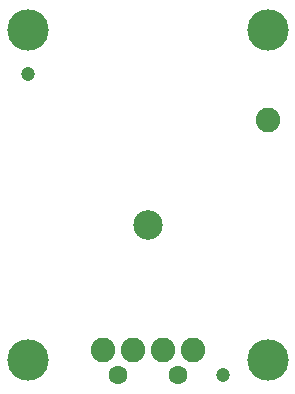
<source format=gbr>
G04 EAGLE Gerber RS-274X export*
G75*
%MOMM*%
%FSLAX34Y34*%
%LPD*%
%INSoldermask Bottom*%
%IPPOS*%
%AMOC8*
5,1,8,0,0,1.08239X$1,22.5*%
G01*
%ADD10C,3.505200*%
%ADD11C,2.082800*%
%ADD12C,1.603200*%
%ADD13C,2.503200*%
%ADD14C,1.203200*%


D10*
X228600Y25400D03*
X25400Y25400D03*
X228600Y304800D03*
X25400Y304800D03*
D11*
X228600Y228600D03*
D12*
X101600Y12700D03*
X152400Y12700D03*
D13*
X127000Y139700D03*
D14*
X190500Y12700D03*
X25400Y267970D03*
D11*
X165100Y34290D03*
X139700Y34290D03*
X114300Y34290D03*
X88900Y34290D03*
M02*

</source>
